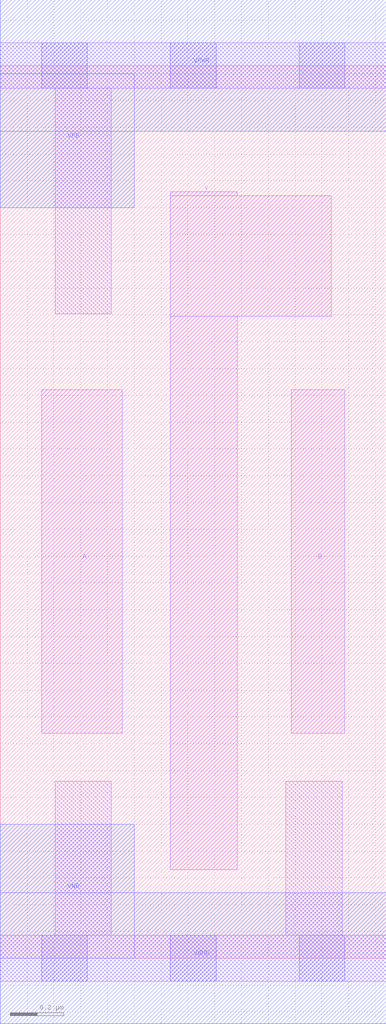
<source format=lef>
# Copyright 2020 The SkyWater PDK Authors
#
# Licensed under the Apache License, Version 2.0 (the "License");
# you may not use this file except in compliance with the License.
# You may obtain a copy of the License at
#
#     https://www.apache.org/licenses/LICENSE-2.0
#
# Unless required by applicable law or agreed to in writing, software
# distributed under the License is distributed on an "AS IS" BASIS,
# WITHOUT WARRANTIES OR CONDITIONS OF ANY KIND, either express or implied.
# See the License for the specific language governing permissions and
# limitations under the License.
#
# SPDX-License-Identifier: Apache-2.0

VERSION 5.5 ;
NAMESCASESENSITIVE ON ;
BUSBITCHARS "[]" ;
DIVIDERCHAR "/" ;
MACRO sky130_fd_sc_lp__nor2_m
  CLASS CORE ;
  SOURCE USER ;
  ORIGIN  0.000000  0.000000 ;
  SIZE  1.440000 BY  3.330000 ;
  SYMMETRY X Y R90 ;
  SITE unit ;
  PIN A
    ANTENNAGATEAREA  0.126000 ;
    DIRECTION INPUT ;
    USE SIGNAL ;
    PORT
      LAYER li1 ;
        RECT 0.155000 0.840000 0.455000 2.120000 ;
    END
  END A
  PIN B
    ANTENNAGATEAREA  0.126000 ;
    DIRECTION INPUT ;
    USE SIGNAL ;
    PORT
      LAYER li1 ;
        RECT 1.085000 0.840000 1.285000 2.120000 ;
    END
  END B
  PIN Y
    ANTENNADIFFAREA  0.228900 ;
    DIRECTION OUTPUT ;
    USE SIGNAL ;
    PORT
      LAYER li1 ;
        RECT 0.635000 0.330000 0.885000 2.395000 ;
        RECT 0.635000 2.395000 1.235000 2.845000 ;
        RECT 0.635000 2.845000 0.885000 2.860000 ;
    END
  END Y
  PIN VGND
    DIRECTION INOUT ;
    USE GROUND ;
    PORT
      LAYER met1 ;
        RECT 0.000000 -0.245000 1.440000 0.245000 ;
    END
  END VGND
  PIN VNB
    DIRECTION INOUT ;
    USE GROUND ;
    PORT
      LAYER met1 ;
        RECT 0.000000 0.000000 0.500000 0.500000 ;
    END
  END VNB
  PIN VPB
    DIRECTION INOUT ;
    USE POWER ;
    PORT
      LAYER met1 ;
        RECT 0.000000 2.800000 0.500000 3.300000 ;
    END
  END VPB
  PIN VPWR
    DIRECTION INOUT ;
    USE POWER ;
    PORT
      LAYER met1 ;
        RECT 0.000000 3.085000 1.440000 3.575000 ;
    END
  END VPWR
  OBS
    LAYER li1 ;
      RECT 0.000000 -0.085000 1.440000 0.085000 ;
      RECT 0.000000  3.245000 1.440000 3.415000 ;
      RECT 0.205000  0.085000 0.415000 0.660000 ;
      RECT 0.205000  2.405000 0.415000 3.245000 ;
      RECT 1.065000  0.085000 1.275000 0.660000 ;
    LAYER mcon ;
      RECT 0.155000 -0.085000 0.325000 0.085000 ;
      RECT 0.155000  3.245000 0.325000 3.415000 ;
      RECT 0.635000 -0.085000 0.805000 0.085000 ;
      RECT 0.635000  3.245000 0.805000 3.415000 ;
      RECT 1.115000 -0.085000 1.285000 0.085000 ;
      RECT 1.115000  3.245000 1.285000 3.415000 ;
  END
END sky130_fd_sc_lp__nor2_m
END LIBRARY

</source>
